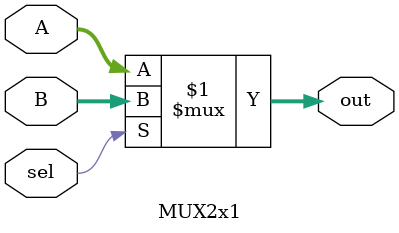
<source format=v>
module MUX2x1(A,B,sel,out);

	input [31:0] A,B;
	input sel;
	output [31:0] out;

	assign out = sel?B:A;

endmodule

</source>
